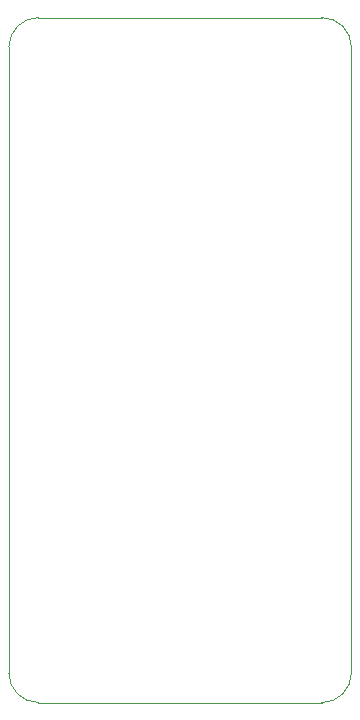
<source format=gbr>
%TF.GenerationSoftware,KiCad,Pcbnew,(5.1.7-0-10_14)*%
%TF.CreationDate,2020-11-17T22:17:43+09:00*%
%TF.ProjectId,mini-esp32,6d696e69-2d65-4737-9033-322e6b696361,rev?*%
%TF.SameCoordinates,Original*%
%TF.FileFunction,Profile,NP*%
%FSLAX46Y46*%
G04 Gerber Fmt 4.6, Leading zero omitted, Abs format (unit mm)*
G04 Created by KiCad (PCBNEW (5.1.7-0-10_14)) date 2020-11-17 22:17:43*
%MOMM*%
%LPD*%
G01*
G04 APERTURE LIST*
%TA.AperFunction,Profile*%
%ADD10C,0.050000*%
%TD*%
G04 APERTURE END LIST*
D10*
X121700000Y-119600000D02*
G75*
G02*
X119200000Y-117100000I0J2500000D01*
G01*
X148200000Y-117100000D02*
G75*
G02*
X145700000Y-119600000I-2500000J0D01*
G01*
X119200000Y-64100000D02*
G75*
G02*
X121700000Y-61600000I2500000J0D01*
G01*
X145700000Y-61600000D02*
G75*
G02*
X148200000Y-64100000I0J-2500000D01*
G01*
X148200000Y-117100000D02*
X148200000Y-64100000D01*
X121700000Y-119600000D02*
X145700000Y-119600000D01*
X119200000Y-64100000D02*
X119200000Y-117100000D01*
X121700000Y-61600000D02*
X145700000Y-61600000D01*
M02*

</source>
